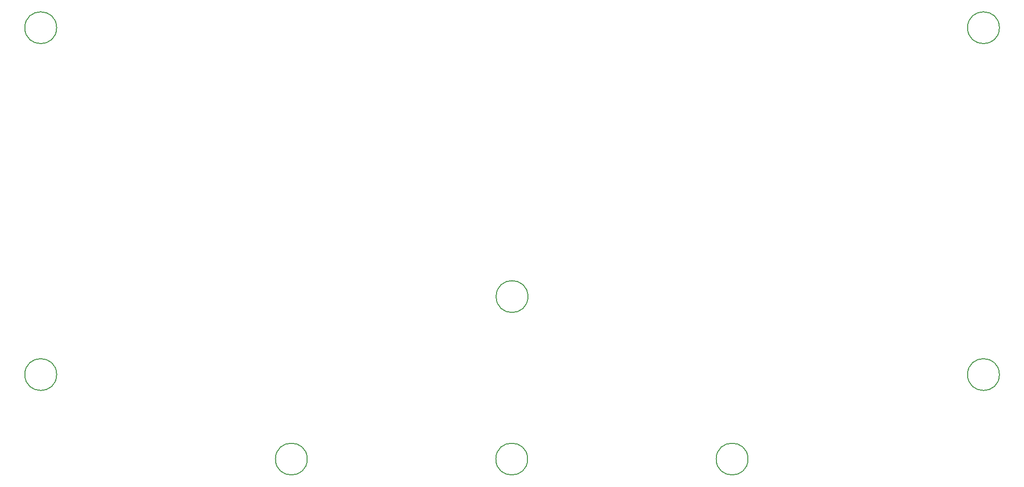
<source format=gbr>
G04 #@! TF.FileFunction,Other,Comment*
%FSLAX46Y46*%
G04 Gerber Fmt 4.6, Leading zero omitted, Abs format (unit mm)*
G04 Created by KiCad (PCBNEW 4.0.7) date Tue May 29 14:09:52 2018*
%MOMM*%
%LPD*%
G01*
G04 APERTURE LIST*
%ADD10C,0.100000*%
%ADD11C,0.150000*%
G04 APERTURE END LIST*
D10*
D11*
X2752540Y-59999880D02*
G75*
G03X2752540Y-59999880I-2750000J0D01*
G01*
X84233200Y-46507400D02*
G75*
G03X84233200Y-46507400I-2750000J0D01*
G01*
X165741800Y-59999880D02*
G75*
G03X165741800Y-59999880I-2750000J0D01*
G01*
X2750000Y0D02*
G75*
G03X2750000Y0I-2750000J0D01*
G01*
X165741800Y0D02*
G75*
G03X165741800Y0I-2750000J0D01*
G01*
X46079940Y-74616400D02*
G75*
G03X46079940Y-74616400I-2750000J0D01*
G01*
X84179940Y-74616400D02*
G75*
G03X84179940Y-74616400I-2750000J0D01*
G01*
X122279940Y-74616400D02*
G75*
G03X122279940Y-74616400I-2750000J0D01*
G01*
M02*

</source>
